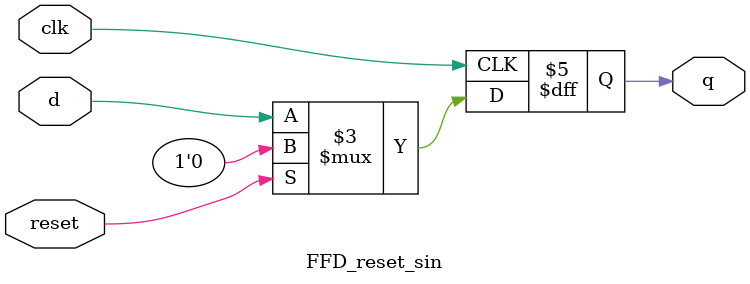
<source format=v>
module FFD_reset_sin (
    input d, reset, clk,
    output reg q
);
    always @(posedge clk) begin
        if (reset) begin
            q<=1'b0;
        end
        else begin
            q<=d;
        end
    end
endmodule
</source>
